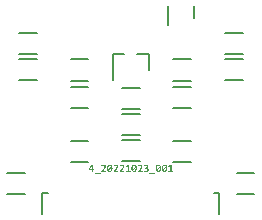
<source format=gto>
G04*
G04 #@! TF.GenerationSoftware,Altium Limited,Altium Designer,22.3.1 (43)*
G04*
G04 Layer_Color=65535*
%FSLAX43Y43*%
%MOMM*%
G71*
G04*
G04 #@! TF.SameCoordinates,F389CC65-E95C-4BCE-9A9B-47759D9C4056*
G04*
G04*
G04 #@! TF.FilePolarity,Positive*
G04*
G01*
G75*
%ADD10C,0.200*%
G36*
X1292Y-3403D02*
X1297D01*
X1303Y-3403D01*
X1309Y-3404D01*
X1322Y-3405D01*
X1337Y-3407D01*
X1351Y-3409D01*
X1365Y-3413D01*
X1366D01*
X1367Y-3413D01*
X1369Y-3414D01*
X1372Y-3415D01*
X1375Y-3416D01*
X1379Y-3417D01*
X1387Y-3421D01*
X1397Y-3425D01*
X1408Y-3430D01*
X1418Y-3436D01*
X1428Y-3443D01*
X1429D01*
X1429Y-3444D01*
X1432Y-3446D01*
X1437Y-3451D01*
X1442Y-3456D01*
X1448Y-3463D01*
X1455Y-3471D01*
X1461Y-3480D01*
X1466Y-3490D01*
Y-3491D01*
X1467Y-3491D01*
X1467Y-3493D01*
X1468Y-3495D01*
X1469Y-3498D01*
X1470Y-3501D01*
X1473Y-3508D01*
X1475Y-3518D01*
X1477Y-3528D01*
X1479Y-3540D01*
X1479Y-3553D01*
Y-3553D01*
Y-3555D01*
Y-3558D01*
X1479Y-3562D01*
Y-3566D01*
X1478Y-3571D01*
X1477Y-3578D01*
X1476Y-3584D01*
X1473Y-3598D01*
X1469Y-3613D01*
X1466Y-3620D01*
X1463Y-3627D01*
X1458Y-3634D01*
X1454Y-3640D01*
X1453Y-3641D01*
X1453Y-3642D01*
X1451Y-3644D01*
X1449Y-3646D01*
X1447Y-3649D01*
X1444Y-3652D01*
X1440Y-3656D01*
X1436Y-3659D01*
X1431Y-3664D01*
X1426Y-3668D01*
X1420Y-3672D01*
X1414Y-3677D01*
X1400Y-3685D01*
X1384Y-3692D01*
X1386D01*
X1387Y-3693D01*
X1389Y-3693D01*
X1394Y-3694D01*
X1402Y-3696D01*
X1410Y-3698D01*
X1419Y-3701D01*
X1427Y-3704D01*
X1437Y-3708D01*
X1437D01*
X1438Y-3709D01*
X1441Y-3710D01*
X1445Y-3713D01*
X1450Y-3716D01*
X1456Y-3720D01*
X1463Y-3725D01*
X1470Y-3730D01*
X1476Y-3737D01*
X1477Y-3738D01*
X1479Y-3740D01*
X1482Y-3744D01*
X1486Y-3749D01*
X1490Y-3754D01*
X1494Y-3761D01*
X1499Y-3769D01*
X1502Y-3777D01*
X1503Y-3778D01*
X1504Y-3781D01*
X1505Y-3786D01*
X1507Y-3792D01*
X1508Y-3799D01*
X1510Y-3808D01*
X1511Y-3818D01*
X1511Y-3828D01*
Y-3828D01*
Y-3830D01*
Y-3832D01*
Y-3836D01*
X1511Y-3839D01*
X1510Y-3844D01*
X1510Y-3849D01*
X1509Y-3854D01*
X1507Y-3867D01*
X1504Y-3880D01*
X1500Y-3894D01*
X1495Y-3908D01*
Y-3908D01*
X1494Y-3909D01*
X1493Y-3911D01*
X1491Y-3914D01*
X1490Y-3917D01*
X1487Y-3920D01*
X1482Y-3929D01*
X1475Y-3938D01*
X1467Y-3948D01*
X1456Y-3958D01*
X1444Y-3968D01*
X1444Y-3969D01*
X1443Y-3969D01*
X1441Y-3971D01*
X1438Y-3972D01*
X1435Y-3974D01*
X1431Y-3977D01*
X1426Y-3979D01*
X1421Y-3982D01*
X1415Y-3985D01*
X1408Y-3988D01*
X1401Y-3992D01*
X1393Y-3995D01*
X1386Y-3998D01*
X1377Y-4001D01*
X1358Y-4006D01*
X1358D01*
X1356Y-4007D01*
X1353Y-4007D01*
X1349Y-4008D01*
X1344Y-4009D01*
X1338Y-4010D01*
X1331Y-4012D01*
X1324Y-4013D01*
X1315Y-4014D01*
X1306Y-4015D01*
X1296Y-4016D01*
X1285Y-4017D01*
X1274Y-4018D01*
X1262Y-4019D01*
X1249Y-4019D01*
X1227D01*
X1222Y-4019D01*
X1216D01*
X1204Y-4018D01*
X1201D01*
X1198Y-4018D01*
X1188D01*
X1182Y-4017D01*
X1170Y-4016D01*
X1167D01*
X1164Y-4016D01*
X1160D01*
X1155Y-4015D01*
X1149Y-4015D01*
X1137Y-4014D01*
X1136D01*
X1134Y-4013D01*
X1131D01*
X1127Y-4013D01*
X1123Y-4012D01*
X1118Y-4012D01*
X1108Y-4010D01*
Y-3913D01*
X1110D01*
X1112Y-3914D01*
X1114Y-3914D01*
X1116Y-3915D01*
X1119Y-3915D01*
X1127Y-3916D01*
X1137Y-3918D01*
X1148Y-3919D01*
X1160Y-3921D01*
X1173Y-3922D01*
X1174D01*
X1177Y-3923D01*
X1183D01*
X1187Y-3923D01*
X1191D01*
X1196Y-3924D01*
X1207Y-3924D01*
X1220Y-3925D01*
X1233Y-3925D01*
X1257D01*
X1261Y-3925D01*
X1270Y-3924D01*
X1280Y-3924D01*
X1291Y-3923D01*
X1303Y-3921D01*
X1313Y-3919D01*
X1314D01*
X1314Y-3919D01*
X1316D01*
X1318Y-3918D01*
X1323Y-3917D01*
X1329Y-3915D01*
X1336Y-3912D01*
X1344Y-3909D01*
X1351Y-3905D01*
X1358Y-3901D01*
X1359Y-3901D01*
X1361Y-3899D01*
X1364Y-3897D01*
X1369Y-3893D01*
X1373Y-3888D01*
X1377Y-3883D01*
X1381Y-3878D01*
X1385Y-3871D01*
X1385Y-3870D01*
X1386Y-3868D01*
X1387Y-3865D01*
X1389Y-3859D01*
X1391Y-3853D01*
X1392Y-3847D01*
X1393Y-3839D01*
X1393Y-3831D01*
Y-3830D01*
Y-3827D01*
X1393Y-3824D01*
X1392Y-3819D01*
X1391Y-3814D01*
X1389Y-3808D01*
X1387Y-3802D01*
X1384Y-3795D01*
X1384Y-3795D01*
X1383Y-3793D01*
X1381Y-3790D01*
X1378Y-3786D01*
X1374Y-3782D01*
X1370Y-3777D01*
X1364Y-3773D01*
X1358Y-3768D01*
X1357Y-3767D01*
X1355Y-3766D01*
X1351Y-3764D01*
X1346Y-3761D01*
X1339Y-3759D01*
X1331Y-3756D01*
X1322Y-3753D01*
X1312Y-3751D01*
X1312D01*
X1311Y-3750D01*
X1310D01*
X1307Y-3750D01*
X1305Y-3749D01*
X1301Y-3749D01*
X1294Y-3747D01*
X1284Y-3746D01*
X1273Y-3745D01*
X1260Y-3745D01*
X1247Y-3744D01*
X1181D01*
Y-3659D01*
X1250D01*
X1254Y-3658D01*
X1262Y-3658D01*
X1271Y-3657D01*
X1281Y-3656D01*
X1291Y-3654D01*
X1300Y-3652D01*
X1300D01*
X1301Y-3652D01*
X1304Y-3651D01*
X1308Y-3649D01*
X1314Y-3647D01*
X1320Y-3645D01*
X1326Y-3641D01*
X1332Y-3637D01*
X1338Y-3633D01*
X1338Y-3633D01*
X1340Y-3631D01*
X1343Y-3629D01*
X1346Y-3625D01*
X1349Y-3621D01*
X1352Y-3616D01*
X1355Y-3611D01*
X1358Y-3605D01*
X1358Y-3604D01*
X1359Y-3602D01*
X1360Y-3599D01*
X1361Y-3595D01*
X1362Y-3590D01*
X1363Y-3584D01*
X1364Y-3578D01*
Y-3571D01*
Y-3570D01*
Y-3569D01*
Y-3567D01*
X1363Y-3565D01*
Y-3562D01*
X1363Y-3558D01*
X1361Y-3550D01*
X1358Y-3541D01*
X1354Y-3532D01*
X1348Y-3523D01*
X1344Y-3519D01*
X1340Y-3516D01*
X1340D01*
X1339Y-3514D01*
X1338Y-3513D01*
X1336Y-3512D01*
X1333Y-3511D01*
X1330Y-3509D01*
X1326Y-3508D01*
X1322Y-3506D01*
X1317Y-3504D01*
X1312Y-3502D01*
X1306Y-3501D01*
X1299Y-3499D01*
X1292Y-3498D01*
X1284Y-3497D01*
X1276Y-3496D01*
X1257D01*
X1253Y-3497D01*
X1249D01*
X1244Y-3497D01*
X1233Y-3498D01*
X1222Y-3499D01*
X1209Y-3501D01*
X1196Y-3503D01*
X1195D01*
X1194Y-3504D01*
X1192D01*
X1190Y-3504D01*
X1187Y-3505D01*
X1183Y-3506D01*
X1179Y-3507D01*
X1174Y-3508D01*
X1163Y-3511D01*
X1151Y-3514D01*
X1138Y-3518D01*
X1125Y-3522D01*
Y-3428D01*
X1126Y-3427D01*
X1128Y-3427D01*
X1132Y-3425D01*
X1137Y-3424D01*
X1143Y-3422D01*
X1150Y-3420D01*
X1164Y-3416D01*
X1165D01*
X1167Y-3415D01*
X1171Y-3415D01*
X1176Y-3414D01*
X1181Y-3412D01*
X1188Y-3411D01*
X1201Y-3409D01*
X1202D01*
X1204Y-3408D01*
X1209Y-3408D01*
X1213Y-3407D01*
X1219Y-3406D01*
X1225Y-3405D01*
X1239Y-3404D01*
X1240D01*
X1243Y-3403D01*
X1246D01*
X1251Y-3403D01*
X1257D01*
X1264Y-3402D01*
X1287D01*
X1292Y-3403D01*
D02*
G37*
G36*
X3442Y-3911D02*
X3573D01*
Y-4010D01*
X3175D01*
Y-3911D01*
X3327D01*
Y-3527D01*
X3195Y-3600D01*
X3158Y-3509D01*
X3348Y-3408D01*
X3442D01*
Y-3911D01*
D02*
G37*
G36*
X790Y-3403D02*
X795D01*
X800Y-3403D01*
X806Y-3404D01*
X818Y-3405D01*
X831Y-3407D01*
X845Y-3410D01*
X859Y-3414D01*
X859D01*
X860Y-3414D01*
X862Y-3415D01*
X865Y-3416D01*
X868Y-3417D01*
X871Y-3418D01*
X880Y-3422D01*
X890Y-3427D01*
X900Y-3433D01*
X910Y-3439D01*
X920Y-3447D01*
X920D01*
X921Y-3448D01*
X924Y-3451D01*
X929Y-3456D01*
X934Y-3462D01*
X941Y-3470D01*
X947Y-3479D01*
X954Y-3490D01*
X959Y-3502D01*
Y-3502D01*
X960Y-3503D01*
X961Y-3505D01*
X961Y-3507D01*
X963Y-3511D01*
X964Y-3514D01*
X965Y-3519D01*
X966Y-3524D01*
X969Y-3535D01*
X971Y-3548D01*
X973Y-3562D01*
X973Y-3578D01*
Y-3578D01*
Y-3579D01*
Y-3581D01*
Y-3584D01*
X973Y-3587D01*
Y-3591D01*
X972Y-3599D01*
X971Y-3609D01*
X969Y-3621D01*
X967Y-3633D01*
X964Y-3645D01*
Y-3645D01*
X963Y-3646D01*
X963Y-3648D01*
X962Y-3650D01*
X961Y-3653D01*
X960Y-3656D01*
X957Y-3663D01*
X952Y-3672D01*
X948Y-3683D01*
X942Y-3693D01*
X936Y-3704D01*
Y-3705D01*
X935Y-3706D01*
X934Y-3708D01*
X933Y-3710D01*
X931Y-3712D01*
X929Y-3715D01*
X923Y-3723D01*
X916Y-3732D01*
X909Y-3742D01*
X900Y-3752D01*
X891Y-3763D01*
X890Y-3764D01*
X890Y-3765D01*
X888Y-3766D01*
X886Y-3769D01*
X883Y-3771D01*
X880Y-3774D01*
X873Y-3782D01*
X864Y-3791D01*
X853Y-3802D01*
X842Y-3813D01*
X830Y-3825D01*
X743Y-3907D01*
X995D01*
Y-4010D01*
X589D01*
Y-3928D01*
X730Y-3787D01*
X730Y-3786D01*
X732Y-3785D01*
X734Y-3783D01*
X737Y-3780D01*
X740Y-3777D01*
X744Y-3773D01*
X753Y-3763D01*
X763Y-3753D01*
X774Y-3741D01*
X784Y-3729D01*
X794Y-3718D01*
X794Y-3718D01*
X795Y-3717D01*
X796Y-3715D01*
X798Y-3713D01*
X802Y-3708D01*
X807Y-3701D01*
X813Y-3693D01*
X819Y-3684D01*
X826Y-3676D01*
X831Y-3667D01*
Y-3666D01*
X831Y-3666D01*
X833Y-3663D01*
X835Y-3659D01*
X838Y-3653D01*
X841Y-3647D01*
X843Y-3639D01*
X846Y-3632D01*
X848Y-3625D01*
Y-3624D01*
X848Y-3621D01*
X849Y-3618D01*
X850Y-3613D01*
X851Y-3606D01*
X852Y-3600D01*
X852Y-3593D01*
Y-3585D01*
Y-3584D01*
Y-3582D01*
X852Y-3579D01*
Y-3574D01*
X851Y-3569D01*
X850Y-3564D01*
X849Y-3558D01*
X847Y-3553D01*
Y-3552D01*
X846Y-3550D01*
X844Y-3547D01*
X843Y-3543D01*
X840Y-3539D01*
X838Y-3535D01*
X831Y-3526D01*
X830Y-3526D01*
X829Y-3524D01*
X827Y-3522D01*
X823Y-3520D01*
X819Y-3517D01*
X815Y-3514D01*
X809Y-3511D01*
X804Y-3508D01*
X803Y-3508D01*
X801Y-3507D01*
X798Y-3506D01*
X794Y-3505D01*
X788Y-3503D01*
X782Y-3502D01*
X775Y-3502D01*
X768Y-3501D01*
X761D01*
X758Y-3502D01*
X755Y-3502D01*
X746Y-3503D01*
X736Y-3505D01*
X725Y-3508D01*
X714Y-3512D01*
X702Y-3517D01*
X702D01*
X701Y-3518D01*
X699Y-3519D01*
X697Y-3520D01*
X694Y-3521D01*
X691Y-3523D01*
X684Y-3528D01*
X675Y-3534D01*
X665Y-3540D01*
X655Y-3549D01*
X645Y-3558D01*
X586Y-3482D01*
X587Y-3481D01*
X588Y-3480D01*
X590Y-3478D01*
X593Y-3476D01*
X597Y-3473D01*
X601Y-3469D01*
X606Y-3465D01*
X612Y-3461D01*
X618Y-3457D01*
X624Y-3452D01*
X640Y-3442D01*
X656Y-3433D01*
X674Y-3424D01*
X674Y-3424D01*
X676Y-3423D01*
X679Y-3422D01*
X682Y-3421D01*
X687Y-3419D01*
X692Y-3417D01*
X698Y-3415D01*
X705Y-3413D01*
X713Y-3411D01*
X721Y-3409D01*
X729Y-3407D01*
X739Y-3406D01*
X758Y-3403D01*
X769Y-3402D01*
X787D01*
X790Y-3403D01*
D02*
G37*
G36*
X-164Y-3911D02*
X-33D01*
Y-4010D01*
X-431D01*
Y-3911D01*
X-278D01*
Y-3527D01*
X-411Y-3600D01*
X-448Y-3509D01*
X-258Y-3408D01*
X-164D01*
Y-3911D01*
D02*
G37*
G36*
X-755Y-3403D02*
X-750D01*
X-745Y-3403D01*
X-740Y-3404D01*
X-727Y-3405D01*
X-714Y-3407D01*
X-701Y-3410D01*
X-687Y-3414D01*
X-686D01*
X-685Y-3414D01*
X-683Y-3415D01*
X-681Y-3416D01*
X-678Y-3417D01*
X-674Y-3418D01*
X-665Y-3422D01*
X-656Y-3427D01*
X-646Y-3433D01*
X-636Y-3439D01*
X-625Y-3447D01*
X-625D01*
X-624Y-3448D01*
X-621Y-3451D01*
X-617Y-3456D01*
X-611Y-3462D01*
X-605Y-3470D01*
X-598Y-3479D01*
X-592Y-3490D01*
X-586Y-3502D01*
Y-3502D01*
X-586Y-3503D01*
X-585Y-3505D01*
X-584Y-3507D01*
X-583Y-3511D01*
X-582Y-3514D01*
X-581Y-3519D01*
X-579Y-3524D01*
X-577Y-3535D01*
X-574Y-3548D01*
X-573Y-3562D01*
X-572Y-3578D01*
Y-3578D01*
Y-3579D01*
Y-3581D01*
Y-3584D01*
X-573Y-3587D01*
Y-3591D01*
X-573Y-3599D01*
X-575Y-3609D01*
X-576Y-3621D01*
X-579Y-3633D01*
X-582Y-3645D01*
Y-3645D01*
X-582Y-3646D01*
X-583Y-3648D01*
X-583Y-3650D01*
X-584Y-3653D01*
X-586Y-3656D01*
X-589Y-3663D01*
X-593Y-3672D01*
X-597Y-3683D01*
X-603Y-3693D01*
X-610Y-3704D01*
Y-3705D01*
X-611Y-3706D01*
X-612Y-3708D01*
X-613Y-3710D01*
X-615Y-3712D01*
X-617Y-3715D01*
X-622Y-3723D01*
X-629Y-3732D01*
X-637Y-3742D01*
X-645Y-3752D01*
X-655Y-3763D01*
X-655Y-3764D01*
X-656Y-3765D01*
X-657Y-3766D01*
X-659Y-3769D01*
X-662Y-3771D01*
X-665Y-3774D01*
X-673Y-3782D01*
X-682Y-3791D01*
X-692Y-3802D01*
X-704Y-3813D01*
X-716Y-3825D01*
X-803Y-3907D01*
X-551D01*
Y-4010D01*
X-957D01*
Y-3928D01*
X-815Y-3787D01*
X-815Y-3786D01*
X-814Y-3785D01*
X-811Y-3783D01*
X-809Y-3780D01*
X-805Y-3777D01*
X-802Y-3773D01*
X-792Y-3763D01*
X-782Y-3753D01*
X-772Y-3741D01*
X-761Y-3729D01*
X-752Y-3718D01*
X-751Y-3718D01*
X-751Y-3717D01*
X-749Y-3715D01*
X-748Y-3713D01*
X-743Y-3708D01*
X-738Y-3701D01*
X-732Y-3693D01*
X-726Y-3684D01*
X-720Y-3676D01*
X-715Y-3667D01*
Y-3666D01*
X-714Y-3666D01*
X-713Y-3663D01*
X-710Y-3659D01*
X-708Y-3653D01*
X-705Y-3647D01*
X-702Y-3639D01*
X-700Y-3632D01*
X-697Y-3625D01*
Y-3624D01*
X-697Y-3621D01*
X-696Y-3618D01*
X-695Y-3613D01*
X-694Y-3606D01*
X-693Y-3600D01*
X-693Y-3593D01*
Y-3585D01*
Y-3584D01*
Y-3582D01*
X-693Y-3579D01*
Y-3574D01*
X-694Y-3569D01*
X-695Y-3564D01*
X-696Y-3558D01*
X-698Y-3553D01*
Y-3552D01*
X-700Y-3550D01*
X-701Y-3547D01*
X-703Y-3543D01*
X-705Y-3539D01*
X-708Y-3535D01*
X-715Y-3526D01*
X-715Y-3526D01*
X-717Y-3524D01*
X-719Y-3522D01*
X-722Y-3520D01*
X-726Y-3517D01*
X-730Y-3514D01*
X-736Y-3511D01*
X-742Y-3508D01*
X-742Y-3508D01*
X-744Y-3507D01*
X-748Y-3506D01*
X-752Y-3505D01*
X-757Y-3503D01*
X-764Y-3502D01*
X-770Y-3502D01*
X-778Y-3501D01*
X-784D01*
X-787Y-3502D01*
X-790Y-3502D01*
X-799Y-3503D01*
X-809Y-3505D01*
X-820Y-3508D01*
X-832Y-3512D01*
X-843Y-3517D01*
X-844D01*
X-845Y-3518D01*
X-846Y-3519D01*
X-848Y-3520D01*
X-851Y-3521D01*
X-854Y-3523D01*
X-862Y-3528D01*
X-870Y-3534D01*
X-880Y-3540D01*
X-890Y-3549D01*
X-900Y-3558D01*
X-959Y-3482D01*
X-959Y-3481D01*
X-958Y-3480D01*
X-955Y-3478D01*
X-952Y-3476D01*
X-948Y-3473D01*
X-944Y-3469D01*
X-939Y-3465D01*
X-934Y-3461D01*
X-928Y-3457D01*
X-921Y-3452D01*
X-906Y-3442D01*
X-890Y-3433D01*
X-872Y-3424D01*
X-871Y-3424D01*
X-870Y-3423D01*
X-867Y-3422D01*
X-863Y-3421D01*
X-859Y-3419D01*
X-853Y-3417D01*
X-847Y-3415D01*
X-840Y-3413D01*
X-833Y-3411D01*
X-824Y-3409D01*
X-816Y-3407D01*
X-807Y-3406D01*
X-787Y-3403D01*
X-777Y-3402D01*
X-758D01*
X-755Y-3403D01*
D02*
G37*
G36*
X-1270D02*
X-1265D01*
X-1260Y-3403D01*
X-1255Y-3404D01*
X-1243Y-3405D01*
X-1229Y-3407D01*
X-1216Y-3410D01*
X-1202Y-3414D01*
X-1201D01*
X-1200Y-3414D01*
X-1198Y-3415D01*
X-1196Y-3416D01*
X-1193Y-3417D01*
X-1189Y-3418D01*
X-1181Y-3422D01*
X-1171Y-3427D01*
X-1161Y-3433D01*
X-1151Y-3439D01*
X-1140Y-3447D01*
X-1140D01*
X-1139Y-3448D01*
X-1136Y-3451D01*
X-1132Y-3456D01*
X-1126Y-3462D01*
X-1120Y-3470D01*
X-1113Y-3479D01*
X-1107Y-3490D01*
X-1101Y-3502D01*
Y-3502D01*
X-1101Y-3503D01*
X-1100Y-3505D01*
X-1099Y-3507D01*
X-1098Y-3511D01*
X-1097Y-3514D01*
X-1096Y-3519D01*
X-1094Y-3524D01*
X-1092Y-3535D01*
X-1089Y-3548D01*
X-1088Y-3562D01*
X-1087Y-3578D01*
Y-3578D01*
Y-3579D01*
Y-3581D01*
Y-3584D01*
X-1088Y-3587D01*
Y-3591D01*
X-1088Y-3599D01*
X-1090Y-3609D01*
X-1091Y-3621D01*
X-1094Y-3633D01*
X-1097Y-3645D01*
Y-3645D01*
X-1097Y-3646D01*
X-1098Y-3648D01*
X-1098Y-3650D01*
X-1099Y-3653D01*
X-1101Y-3656D01*
X-1104Y-3663D01*
X-1108Y-3672D01*
X-1113Y-3683D01*
X-1118Y-3693D01*
X-1125Y-3704D01*
Y-3705D01*
X-1126Y-3706D01*
X-1127Y-3708D01*
X-1128Y-3710D01*
X-1130Y-3712D01*
X-1132Y-3715D01*
X-1137Y-3723D01*
X-1144Y-3732D01*
X-1152Y-3742D01*
X-1160Y-3752D01*
X-1170Y-3763D01*
X-1170Y-3764D01*
X-1171Y-3765D01*
X-1172Y-3766D01*
X-1174Y-3769D01*
X-1177Y-3771D01*
X-1180Y-3774D01*
X-1188Y-3782D01*
X-1197Y-3791D01*
X-1207Y-3802D01*
X-1219Y-3813D01*
X-1231Y-3825D01*
X-1318Y-3907D01*
X-1066D01*
Y-4010D01*
X-1472D01*
Y-3928D01*
X-1330Y-3787D01*
X-1330Y-3786D01*
X-1329Y-3785D01*
X-1326Y-3783D01*
X-1324Y-3780D01*
X-1320Y-3777D01*
X-1317Y-3773D01*
X-1308Y-3763D01*
X-1297Y-3753D01*
X-1287Y-3741D01*
X-1277Y-3729D01*
X-1267Y-3718D01*
X-1266Y-3718D01*
X-1266Y-3717D01*
X-1264Y-3715D01*
X-1263Y-3713D01*
X-1258Y-3708D01*
X-1253Y-3701D01*
X-1247Y-3693D01*
X-1241Y-3684D01*
X-1235Y-3676D01*
X-1230Y-3667D01*
Y-3666D01*
X-1229Y-3666D01*
X-1228Y-3663D01*
X-1225Y-3659D01*
X-1223Y-3653D01*
X-1220Y-3647D01*
X-1217Y-3639D01*
X-1215Y-3632D01*
X-1213Y-3625D01*
Y-3624D01*
X-1212Y-3621D01*
X-1211Y-3618D01*
X-1210Y-3613D01*
X-1210Y-3606D01*
X-1209Y-3600D01*
X-1208Y-3593D01*
Y-3585D01*
Y-3584D01*
Y-3582D01*
X-1209Y-3579D01*
Y-3574D01*
X-1210Y-3569D01*
X-1211Y-3564D01*
X-1212Y-3558D01*
X-1214Y-3553D01*
Y-3552D01*
X-1215Y-3550D01*
X-1216Y-3547D01*
X-1218Y-3543D01*
X-1220Y-3539D01*
X-1223Y-3535D01*
X-1230Y-3526D01*
X-1230Y-3526D01*
X-1232Y-3524D01*
X-1234Y-3522D01*
X-1237Y-3520D01*
X-1241Y-3517D01*
X-1246Y-3514D01*
X-1251Y-3511D01*
X-1257Y-3508D01*
X-1257Y-3508D01*
X-1259Y-3507D01*
X-1263Y-3506D01*
X-1267Y-3505D01*
X-1273Y-3503D01*
X-1279Y-3502D01*
X-1285Y-3502D01*
X-1293Y-3501D01*
X-1299D01*
X-1302Y-3502D01*
X-1306Y-3502D01*
X-1314Y-3503D01*
X-1324Y-3505D01*
X-1335Y-3508D01*
X-1347Y-3512D01*
X-1358Y-3517D01*
X-1359D01*
X-1360Y-3518D01*
X-1361Y-3519D01*
X-1363Y-3520D01*
X-1366Y-3521D01*
X-1369Y-3523D01*
X-1377Y-3528D01*
X-1385Y-3534D01*
X-1395Y-3540D01*
X-1405Y-3549D01*
X-1415Y-3558D01*
X-1474Y-3482D01*
X-1474Y-3481D01*
X-1473Y-3480D01*
X-1470Y-3478D01*
X-1468Y-3476D01*
X-1464Y-3473D01*
X-1459Y-3469D01*
X-1454Y-3465D01*
X-1449Y-3461D01*
X-1443Y-3457D01*
X-1436Y-3452D01*
X-1421Y-3442D01*
X-1405Y-3433D01*
X-1387Y-3424D01*
X-1386Y-3424D01*
X-1385Y-3423D01*
X-1382Y-3422D01*
X-1378Y-3421D01*
X-1374Y-3419D01*
X-1369Y-3417D01*
X-1362Y-3415D01*
X-1355Y-3413D01*
X-1348Y-3411D01*
X-1340Y-3409D01*
X-1331Y-3407D01*
X-1322Y-3406D01*
X-1302Y-3403D01*
X-1292Y-3402D01*
X-1274D01*
X-1270Y-3403D01*
D02*
G37*
G36*
X-2300D02*
X-2296D01*
X-2291Y-3403D01*
X-2285Y-3404D01*
X-2273Y-3405D01*
X-2260Y-3407D01*
X-2246Y-3410D01*
X-2232Y-3414D01*
X-2232D01*
X-2231Y-3414D01*
X-2229Y-3415D01*
X-2226Y-3416D01*
X-2223Y-3417D01*
X-2219Y-3418D01*
X-2211Y-3422D01*
X-2201Y-3427D01*
X-2191Y-3433D01*
X-2181Y-3439D01*
X-2171Y-3447D01*
X-2170D01*
X-2170Y-3448D01*
X-2167Y-3451D01*
X-2162Y-3456D01*
X-2156Y-3462D01*
X-2150Y-3470D01*
X-2143Y-3479D01*
X-2137Y-3490D01*
X-2132Y-3502D01*
Y-3502D01*
X-2131Y-3503D01*
X-2130Y-3505D01*
X-2130Y-3507D01*
X-2128Y-3511D01*
X-2127Y-3514D01*
X-2126Y-3519D01*
X-2124Y-3524D01*
X-2122Y-3535D01*
X-2119Y-3548D01*
X-2118Y-3562D01*
X-2117Y-3578D01*
Y-3578D01*
Y-3579D01*
Y-3581D01*
Y-3584D01*
X-2118Y-3587D01*
Y-3591D01*
X-2118Y-3599D01*
X-2120Y-3609D01*
X-2121Y-3621D01*
X-2124Y-3633D01*
X-2127Y-3645D01*
Y-3645D01*
X-2128Y-3646D01*
X-2128Y-3648D01*
X-2129Y-3650D01*
X-2130Y-3653D01*
X-2131Y-3656D01*
X-2134Y-3663D01*
X-2138Y-3672D01*
X-2143Y-3683D01*
X-2148Y-3693D01*
X-2155Y-3704D01*
Y-3705D01*
X-2156Y-3706D01*
X-2157Y-3708D01*
X-2158Y-3710D01*
X-2160Y-3712D01*
X-2162Y-3715D01*
X-2168Y-3723D01*
X-2174Y-3732D01*
X-2182Y-3742D01*
X-2191Y-3752D01*
X-2200Y-3763D01*
X-2201Y-3764D01*
X-2201Y-3765D01*
X-2203Y-3766D01*
X-2205Y-3769D01*
X-2207Y-3771D01*
X-2210Y-3774D01*
X-2218Y-3782D01*
X-2227Y-3791D01*
X-2237Y-3802D01*
X-2249Y-3813D01*
X-2261Y-3825D01*
X-2348Y-3907D01*
X-2096D01*
Y-4010D01*
X-2502D01*
Y-3928D01*
X-2361Y-3787D01*
X-2360Y-3786D01*
X-2359Y-3785D01*
X-2357Y-3783D01*
X-2354Y-3780D01*
X-2351Y-3777D01*
X-2347Y-3773D01*
X-2338Y-3763D01*
X-2328Y-3753D01*
X-2317Y-3741D01*
X-2307Y-3729D01*
X-2297Y-3718D01*
X-2297Y-3718D01*
X-2296Y-3717D01*
X-2295Y-3715D01*
X-2293Y-3713D01*
X-2289Y-3708D01*
X-2283Y-3701D01*
X-2277Y-3693D01*
X-2271Y-3684D01*
X-2265Y-3676D01*
X-2260Y-3667D01*
Y-3666D01*
X-2260Y-3666D01*
X-2258Y-3663D01*
X-2256Y-3659D01*
X-2253Y-3653D01*
X-2250Y-3647D01*
X-2247Y-3639D01*
X-2245Y-3632D01*
X-2243Y-3625D01*
Y-3624D01*
X-2242Y-3621D01*
X-2241Y-3618D01*
X-2240Y-3613D01*
X-2240Y-3606D01*
X-2239Y-3600D01*
X-2238Y-3593D01*
Y-3585D01*
Y-3584D01*
Y-3582D01*
X-2239Y-3579D01*
Y-3574D01*
X-2240Y-3569D01*
X-2241Y-3564D01*
X-2242Y-3558D01*
X-2244Y-3553D01*
Y-3552D01*
X-2245Y-3550D01*
X-2246Y-3547D01*
X-2248Y-3543D01*
X-2250Y-3539D01*
X-2253Y-3535D01*
X-2260Y-3526D01*
X-2261Y-3526D01*
X-2262Y-3524D01*
X-2264Y-3522D01*
X-2267Y-3520D01*
X-2271Y-3517D01*
X-2276Y-3514D01*
X-2281Y-3511D01*
X-2287Y-3508D01*
X-2288Y-3508D01*
X-2290Y-3507D01*
X-2293Y-3506D01*
X-2297Y-3505D01*
X-2303Y-3503D01*
X-2309Y-3502D01*
X-2315Y-3502D01*
X-2323Y-3501D01*
X-2329D01*
X-2332Y-3502D01*
X-2336Y-3502D01*
X-2344Y-3503D01*
X-2355Y-3505D01*
X-2365Y-3508D01*
X-2377Y-3512D01*
X-2389Y-3517D01*
X-2389D01*
X-2390Y-3518D01*
X-2392Y-3519D01*
X-2394Y-3520D01*
X-2396Y-3521D01*
X-2399Y-3523D01*
X-2407Y-3528D01*
X-2416Y-3534D01*
X-2425Y-3540D01*
X-2435Y-3549D01*
X-2446Y-3558D01*
X-2504Y-3482D01*
X-2504Y-3481D01*
X-2503Y-3480D01*
X-2500Y-3478D01*
X-2498Y-3476D01*
X-2494Y-3473D01*
X-2490Y-3469D01*
X-2485Y-3465D01*
X-2479Y-3461D01*
X-2473Y-3457D01*
X-2466Y-3452D01*
X-2451Y-3442D01*
X-2435Y-3433D01*
X-2417Y-3424D01*
X-2417Y-3424D01*
X-2415Y-3423D01*
X-2412Y-3422D01*
X-2408Y-3421D01*
X-2404Y-3419D01*
X-2399Y-3417D01*
X-2393Y-3415D01*
X-2386Y-3413D01*
X-2378Y-3411D01*
X-2370Y-3409D01*
X-2361Y-3407D01*
X-2352Y-3406D01*
X-2332Y-3403D01*
X-2322Y-3402D01*
X-2304D01*
X-2300Y-3403D01*
D02*
G37*
G36*
X-3186Y-3790D02*
X-3095D01*
Y-3888D01*
X-3186D01*
Y-4010D01*
X-3295D01*
Y-3888D01*
X-3573D01*
Y-3793D01*
X-3340Y-3412D01*
X-3186D01*
Y-3790D01*
D02*
G37*
G36*
X2863Y-3403D02*
X2868D01*
X2873Y-3403D01*
X2878Y-3404D01*
X2885Y-3404D01*
X2899Y-3407D01*
X2914Y-3410D01*
X2930Y-3414D01*
X2946Y-3420D01*
X2946D01*
X2948Y-3421D01*
X2950Y-3422D01*
X2953Y-3423D01*
X2957Y-3425D01*
X2961Y-3428D01*
X2970Y-3433D01*
X2981Y-3441D01*
X2994Y-3450D01*
X3006Y-3461D01*
X3018Y-3474D01*
X3018Y-3475D01*
X3019Y-3476D01*
X3021Y-3478D01*
X3023Y-3481D01*
X3025Y-3485D01*
X3028Y-3489D01*
X3031Y-3494D01*
X3035Y-3500D01*
X3038Y-3507D01*
X3042Y-3514D01*
X3046Y-3522D01*
X3050Y-3530D01*
X3054Y-3539D01*
X3058Y-3549D01*
X3061Y-3559D01*
X3064Y-3570D01*
Y-3570D01*
X3065Y-3572D01*
X3066Y-3576D01*
X3067Y-3580D01*
X3068Y-3586D01*
X3070Y-3592D01*
X3071Y-3600D01*
X3073Y-3609D01*
X3074Y-3619D01*
X3076Y-3629D01*
X3077Y-3641D01*
X3079Y-3653D01*
X3080Y-3666D01*
X3081Y-3680D01*
X3082Y-3694D01*
Y-3709D01*
Y-3710D01*
Y-3712D01*
Y-3716D01*
Y-3721D01*
X3081Y-3728D01*
X3081Y-3735D01*
X3080Y-3744D01*
X3079Y-3753D01*
X3078Y-3763D01*
X3077Y-3774D01*
X3075Y-3796D01*
X3071Y-3819D01*
X3065Y-3841D01*
Y-3842D01*
X3065Y-3844D01*
X3064Y-3847D01*
X3062Y-3851D01*
X3061Y-3856D01*
X3059Y-3861D01*
X3056Y-3868D01*
X3053Y-3875D01*
X3046Y-3890D01*
X3038Y-3907D01*
X3029Y-3923D01*
X3018Y-3939D01*
X3018Y-3940D01*
X3016Y-3941D01*
X3015Y-3943D01*
X3012Y-3946D01*
X3009Y-3949D01*
X3006Y-3953D01*
X3002Y-3957D01*
X2997Y-3962D01*
X2992Y-3967D01*
X2987Y-3972D01*
X2973Y-3982D01*
X2959Y-3992D01*
X2943Y-4000D01*
X2942D01*
X2941Y-4001D01*
X2938Y-4002D01*
X2935Y-4003D01*
X2931Y-4005D01*
X2926Y-4007D01*
X2920Y-4009D01*
X2913Y-4010D01*
X2906Y-4012D01*
X2899Y-4014D01*
X2890Y-4016D01*
X2881Y-4018D01*
X2862Y-4020D01*
X2841Y-4021D01*
X2837D01*
X2833Y-4020D01*
X2829D01*
X2823Y-4020D01*
X2818Y-4019D01*
X2811Y-4019D01*
X2798Y-4017D01*
X2782Y-4014D01*
X2766Y-4009D01*
X2750Y-4004D01*
X2750D01*
X2748Y-4003D01*
X2746Y-4002D01*
X2743Y-4001D01*
X2740Y-3999D01*
X2736Y-3996D01*
X2731Y-3994D01*
X2726Y-3990D01*
X2714Y-3983D01*
X2703Y-3973D01*
X2690Y-3963D01*
X2678Y-3949D01*
X2678Y-3949D01*
X2677Y-3948D01*
X2675Y-3945D01*
X2673Y-3943D01*
X2671Y-3939D01*
X2668Y-3935D01*
X2664Y-3929D01*
X2661Y-3923D01*
X2657Y-3917D01*
X2654Y-3910D01*
X2650Y-3902D01*
X2646Y-3893D01*
X2642Y-3884D01*
X2638Y-3875D01*
X2635Y-3865D01*
X2631Y-3854D01*
Y-3853D01*
X2631Y-3851D01*
X2630Y-3848D01*
X2629Y-3844D01*
X2627Y-3838D01*
X2626Y-3831D01*
X2625Y-3823D01*
X2623Y-3815D01*
X2621Y-3805D01*
X2620Y-3794D01*
X2619Y-3783D01*
X2617Y-3771D01*
X2616Y-3757D01*
X2615Y-3744D01*
X2615Y-3729D01*
Y-3715D01*
Y-3714D01*
Y-3712D01*
Y-3708D01*
X2615Y-3702D01*
Y-3696D01*
X2616Y-3688D01*
X2616Y-3680D01*
X2617Y-3670D01*
X2618Y-3661D01*
X2619Y-3650D01*
X2621Y-3628D01*
X2625Y-3605D01*
X2630Y-3583D01*
Y-3583D01*
X2631Y-3581D01*
X2632Y-3578D01*
X2633Y-3573D01*
X2635Y-3568D01*
X2637Y-3562D01*
X2640Y-3556D01*
X2643Y-3549D01*
X2649Y-3533D01*
X2657Y-3517D01*
X2666Y-3500D01*
X2677Y-3485D01*
X2678Y-3484D01*
X2679Y-3483D01*
X2680Y-3480D01*
X2683Y-3478D01*
X2686Y-3474D01*
X2689Y-3471D01*
X2693Y-3466D01*
X2698Y-3462D01*
X2704Y-3457D01*
X2709Y-3452D01*
X2722Y-3442D01*
X2737Y-3432D01*
X2753Y-3424D01*
X2753Y-3423D01*
X2755Y-3423D01*
X2757Y-3422D01*
X2761Y-3420D01*
X2765Y-3418D01*
X2770Y-3417D01*
X2776Y-3415D01*
X2783Y-3413D01*
X2790Y-3411D01*
X2798Y-3409D01*
X2806Y-3407D01*
X2815Y-3406D01*
X2834Y-3403D01*
X2855Y-3402D01*
X2860D01*
X2863Y-3403D01*
D02*
G37*
G36*
X2348D02*
X2353D01*
X2358Y-3403D01*
X2363Y-3404D01*
X2370Y-3404D01*
X2384Y-3407D01*
X2399Y-3410D01*
X2415Y-3414D01*
X2431Y-3420D01*
X2431D01*
X2433Y-3421D01*
X2435Y-3422D01*
X2438Y-3423D01*
X2441Y-3425D01*
X2446Y-3428D01*
X2455Y-3433D01*
X2466Y-3441D01*
X2479Y-3450D01*
X2491Y-3461D01*
X2502Y-3474D01*
X2503Y-3475D01*
X2504Y-3476D01*
X2505Y-3478D01*
X2507Y-3481D01*
X2510Y-3485D01*
X2513Y-3489D01*
X2516Y-3494D01*
X2520Y-3500D01*
X2523Y-3507D01*
X2527Y-3514D01*
X2531Y-3522D01*
X2535Y-3530D01*
X2538Y-3539D01*
X2543Y-3549D01*
X2546Y-3559D01*
X2549Y-3570D01*
Y-3570D01*
X2550Y-3572D01*
X2551Y-3576D01*
X2552Y-3580D01*
X2553Y-3586D01*
X2555Y-3592D01*
X2556Y-3600D01*
X2558Y-3609D01*
X2559Y-3619D01*
X2561Y-3629D01*
X2562Y-3641D01*
X2564Y-3653D01*
X2565Y-3666D01*
X2566Y-3680D01*
X2566Y-3694D01*
Y-3709D01*
Y-3710D01*
Y-3712D01*
Y-3716D01*
Y-3721D01*
X2566Y-3728D01*
X2565Y-3735D01*
X2565Y-3744D01*
X2564Y-3753D01*
X2563Y-3763D01*
X2562Y-3774D01*
X2560Y-3796D01*
X2556Y-3819D01*
X2550Y-3841D01*
Y-3842D01*
X2550Y-3844D01*
X2549Y-3847D01*
X2547Y-3851D01*
X2546Y-3856D01*
X2544Y-3861D01*
X2541Y-3868D01*
X2538Y-3875D01*
X2531Y-3890D01*
X2523Y-3907D01*
X2514Y-3923D01*
X2503Y-3939D01*
X2502Y-3940D01*
X2501Y-3941D01*
X2500Y-3943D01*
X2497Y-3946D01*
X2494Y-3949D01*
X2491Y-3953D01*
X2487Y-3957D01*
X2482Y-3962D01*
X2477Y-3967D01*
X2471Y-3972D01*
X2458Y-3982D01*
X2444Y-3992D01*
X2428Y-4000D01*
X2427D01*
X2426Y-4001D01*
X2423Y-4002D01*
X2420Y-4003D01*
X2416Y-4005D01*
X2411Y-4007D01*
X2405Y-4009D01*
X2398Y-4010D01*
X2391Y-4012D01*
X2384Y-4014D01*
X2375Y-4016D01*
X2366Y-4018D01*
X2347Y-4020D01*
X2326Y-4021D01*
X2322D01*
X2318Y-4020D01*
X2313D01*
X2308Y-4020D01*
X2303Y-4019D01*
X2296Y-4019D01*
X2282Y-4017D01*
X2267Y-4014D01*
X2251Y-4009D01*
X2235Y-4004D01*
X2235D01*
X2233Y-4003D01*
X2231Y-4002D01*
X2228Y-4001D01*
X2225Y-3999D01*
X2220Y-3996D01*
X2216Y-3994D01*
X2211Y-3990D01*
X2199Y-3983D01*
X2187Y-3973D01*
X2175Y-3963D01*
X2163Y-3949D01*
X2163Y-3949D01*
X2162Y-3948D01*
X2160Y-3945D01*
X2158Y-3943D01*
X2155Y-3939D01*
X2153Y-3935D01*
X2149Y-3929D01*
X2146Y-3923D01*
X2142Y-3917D01*
X2139Y-3910D01*
X2135Y-3902D01*
X2131Y-3893D01*
X2127Y-3884D01*
X2123Y-3875D01*
X2120Y-3865D01*
X2116Y-3854D01*
Y-3853D01*
X2116Y-3851D01*
X2115Y-3848D01*
X2114Y-3844D01*
X2112Y-3838D01*
X2111Y-3831D01*
X2110Y-3823D01*
X2108Y-3815D01*
X2106Y-3805D01*
X2105Y-3794D01*
X2104Y-3783D01*
X2102Y-3771D01*
X2101Y-3757D01*
X2100Y-3744D01*
X2100Y-3729D01*
Y-3715D01*
Y-3714D01*
Y-3712D01*
Y-3708D01*
X2100Y-3702D01*
Y-3696D01*
X2101Y-3688D01*
X2101Y-3680D01*
X2102Y-3670D01*
X2103Y-3661D01*
X2104Y-3650D01*
X2106Y-3628D01*
X2110Y-3605D01*
X2115Y-3583D01*
Y-3583D01*
X2116Y-3581D01*
X2117Y-3578D01*
X2118Y-3573D01*
X2120Y-3568D01*
X2122Y-3562D01*
X2124Y-3556D01*
X2128Y-3549D01*
X2134Y-3533D01*
X2142Y-3517D01*
X2151Y-3500D01*
X2162Y-3485D01*
X2163Y-3484D01*
X2164Y-3483D01*
X2165Y-3480D01*
X2168Y-3478D01*
X2171Y-3474D01*
X2174Y-3471D01*
X2178Y-3466D01*
X2183Y-3462D01*
X2188Y-3457D01*
X2194Y-3452D01*
X2207Y-3442D01*
X2221Y-3432D01*
X2238Y-3424D01*
X2238Y-3423D01*
X2240Y-3423D01*
X2242Y-3422D01*
X2246Y-3420D01*
X2250Y-3418D01*
X2255Y-3417D01*
X2261Y-3415D01*
X2268Y-3413D01*
X2275Y-3411D01*
X2282Y-3409D01*
X2291Y-3407D01*
X2300Y-3406D01*
X2319Y-3403D01*
X2340Y-3402D01*
X2345D01*
X2348Y-3403D01*
D02*
G37*
G36*
X288D02*
X292D01*
X297Y-3403D01*
X303Y-3404D01*
X309Y-3404D01*
X323Y-3407D01*
X338Y-3410D01*
X355Y-3414D01*
X370Y-3420D01*
X371D01*
X372Y-3421D01*
X374Y-3422D01*
X377Y-3423D01*
X381Y-3425D01*
X385Y-3428D01*
X395Y-3433D01*
X406Y-3441D01*
X418Y-3450D01*
X430Y-3461D01*
X442Y-3474D01*
X442Y-3475D01*
X443Y-3476D01*
X445Y-3478D01*
X447Y-3481D01*
X450Y-3485D01*
X452Y-3489D01*
X456Y-3494D01*
X459Y-3500D01*
X463Y-3507D01*
X466Y-3514D01*
X470Y-3522D01*
X474Y-3530D01*
X478Y-3539D01*
X482Y-3549D01*
X486Y-3559D01*
X489Y-3570D01*
Y-3570D01*
X489Y-3572D01*
X490Y-3576D01*
X491Y-3580D01*
X493Y-3586D01*
X494Y-3592D01*
X496Y-3600D01*
X497Y-3609D01*
X499Y-3619D01*
X500Y-3629D01*
X502Y-3641D01*
X503Y-3653D01*
X504Y-3666D01*
X505Y-3680D01*
X506Y-3694D01*
Y-3709D01*
Y-3710D01*
Y-3712D01*
Y-3716D01*
Y-3721D01*
X505Y-3728D01*
X505Y-3735D01*
X504Y-3744D01*
X504Y-3753D01*
X503Y-3763D01*
X502Y-3774D01*
X499Y-3796D01*
X495Y-3819D01*
X490Y-3841D01*
Y-3842D01*
X489Y-3844D01*
X488Y-3847D01*
X487Y-3851D01*
X485Y-3856D01*
X483Y-3861D01*
X481Y-3868D01*
X478Y-3875D01*
X471Y-3890D01*
X463Y-3907D01*
X454Y-3923D01*
X442Y-3939D01*
X442Y-3940D01*
X441Y-3941D01*
X439Y-3943D01*
X437Y-3946D01*
X434Y-3949D01*
X430Y-3953D01*
X426Y-3957D01*
X422Y-3962D01*
X417Y-3967D01*
X411Y-3972D01*
X398Y-3982D01*
X384Y-3992D01*
X367Y-4000D01*
X367D01*
X365Y-4001D01*
X363Y-4002D01*
X360Y-4003D01*
X355Y-4005D01*
X351Y-4007D01*
X344Y-4009D01*
X338Y-4010D01*
X331Y-4012D01*
X323Y-4014D01*
X314Y-4016D01*
X306Y-4018D01*
X287Y-4020D01*
X266Y-4021D01*
X261D01*
X258Y-4020D01*
X253D01*
X248Y-4020D01*
X242Y-4019D01*
X236Y-4019D01*
X222Y-4017D01*
X207Y-4014D01*
X191Y-4009D01*
X175Y-4004D01*
X174D01*
X173Y-4003D01*
X171Y-4002D01*
X168Y-4001D01*
X164Y-3999D01*
X160Y-3996D01*
X155Y-3994D01*
X150Y-3990D01*
X139Y-3983D01*
X127Y-3973D01*
X114Y-3963D01*
X103Y-3949D01*
X102Y-3949D01*
X101Y-3948D01*
X100Y-3945D01*
X98Y-3943D01*
X95Y-3939D01*
X92Y-3935D01*
X89Y-3929D01*
X85Y-3923D01*
X82Y-3917D01*
X78Y-3910D01*
X74Y-3902D01*
X70Y-3893D01*
X67Y-3884D01*
X62Y-3875D01*
X59Y-3865D01*
X56Y-3854D01*
Y-3853D01*
X55Y-3851D01*
X54Y-3848D01*
X53Y-3844D01*
X52Y-3838D01*
X51Y-3831D01*
X49Y-3823D01*
X48Y-3815D01*
X46Y-3805D01*
X44Y-3794D01*
X43Y-3783D01*
X42Y-3771D01*
X41Y-3757D01*
X40Y-3744D01*
X39Y-3729D01*
Y-3715D01*
Y-3714D01*
Y-3712D01*
Y-3708D01*
X40Y-3702D01*
Y-3696D01*
X40Y-3688D01*
X41Y-3680D01*
X41Y-3670D01*
X42Y-3661D01*
X43Y-3650D01*
X46Y-3628D01*
X50Y-3605D01*
X55Y-3583D01*
Y-3583D01*
X56Y-3581D01*
X56Y-3578D01*
X58Y-3573D01*
X59Y-3568D01*
X61Y-3562D01*
X64Y-3556D01*
X67Y-3549D01*
X74Y-3533D01*
X81Y-3517D01*
X91Y-3500D01*
X102Y-3485D01*
X102Y-3484D01*
X103Y-3483D01*
X105Y-3480D01*
X107Y-3478D01*
X110Y-3474D01*
X114Y-3471D01*
X118Y-3466D01*
X123Y-3462D01*
X128Y-3457D01*
X134Y-3452D01*
X147Y-3442D01*
X161Y-3432D01*
X177Y-3424D01*
X178Y-3423D01*
X179Y-3423D01*
X182Y-3422D01*
X185Y-3420D01*
X189Y-3418D01*
X195Y-3417D01*
X201Y-3415D01*
X207Y-3413D01*
X214Y-3411D01*
X222Y-3409D01*
X231Y-3407D01*
X239Y-3406D01*
X259Y-3403D01*
X279Y-3402D01*
X284D01*
X288Y-3403D01*
D02*
G37*
G36*
X-1773D02*
X-1768D01*
X-1763Y-3403D01*
X-1758Y-3404D01*
X-1751Y-3404D01*
X-1737Y-3407D01*
X-1722Y-3410D01*
X-1706Y-3414D01*
X-1690Y-3420D01*
X-1690D01*
X-1688Y-3421D01*
X-1686Y-3422D01*
X-1683Y-3423D01*
X-1679Y-3425D01*
X-1675Y-3428D01*
X-1666Y-3433D01*
X-1655Y-3441D01*
X-1642Y-3450D01*
X-1630Y-3461D01*
X-1618Y-3474D01*
X-1618Y-3475D01*
X-1617Y-3476D01*
X-1615Y-3478D01*
X-1613Y-3481D01*
X-1611Y-3485D01*
X-1608Y-3489D01*
X-1605Y-3494D01*
X-1601Y-3500D01*
X-1598Y-3507D01*
X-1594Y-3514D01*
X-1590Y-3522D01*
X-1586Y-3530D01*
X-1582Y-3539D01*
X-1578Y-3549D01*
X-1575Y-3559D01*
X-1572Y-3570D01*
Y-3570D01*
X-1571Y-3572D01*
X-1570Y-3576D01*
X-1569Y-3580D01*
X-1568Y-3586D01*
X-1566Y-3592D01*
X-1565Y-3600D01*
X-1563Y-3609D01*
X-1562Y-3619D01*
X-1560Y-3629D01*
X-1559Y-3641D01*
X-1557Y-3653D01*
X-1556Y-3666D01*
X-1555Y-3680D01*
X-1554Y-3694D01*
Y-3709D01*
Y-3710D01*
Y-3712D01*
Y-3716D01*
Y-3721D01*
X-1555Y-3728D01*
X-1556Y-3735D01*
X-1556Y-3744D01*
X-1557Y-3753D01*
X-1558Y-3763D01*
X-1559Y-3774D01*
X-1561Y-3796D01*
X-1565Y-3819D01*
X-1571Y-3841D01*
Y-3842D01*
X-1571Y-3844D01*
X-1572Y-3847D01*
X-1574Y-3851D01*
X-1575Y-3856D01*
X-1577Y-3861D01*
X-1580Y-3868D01*
X-1583Y-3875D01*
X-1590Y-3890D01*
X-1598Y-3907D01*
X-1607Y-3923D01*
X-1618Y-3939D01*
X-1618Y-3940D01*
X-1620Y-3941D01*
X-1621Y-3943D01*
X-1624Y-3946D01*
X-1627Y-3949D01*
X-1630Y-3953D01*
X-1634Y-3957D01*
X-1639Y-3962D01*
X-1644Y-3967D01*
X-1649Y-3972D01*
X-1663Y-3982D01*
X-1677Y-3992D01*
X-1693Y-4000D01*
X-1694D01*
X-1695Y-4001D01*
X-1698Y-4002D01*
X-1701Y-4003D01*
X-1705Y-4005D01*
X-1710Y-4007D01*
X-1716Y-4009D01*
X-1723Y-4010D01*
X-1730Y-4012D01*
X-1737Y-4014D01*
X-1746Y-4016D01*
X-1755Y-4018D01*
X-1774Y-4020D01*
X-1795Y-4021D01*
X-1799D01*
X-1803Y-4020D01*
X-1807D01*
X-1813Y-4020D01*
X-1818Y-4019D01*
X-1825Y-4019D01*
X-1838Y-4017D01*
X-1854Y-4014D01*
X-1870Y-4009D01*
X-1886Y-4004D01*
X-1886D01*
X-1888Y-4003D01*
X-1890Y-4002D01*
X-1893Y-4001D01*
X-1896Y-3999D01*
X-1900Y-3996D01*
X-1905Y-3994D01*
X-1910Y-3990D01*
X-1922Y-3983D01*
X-1933Y-3973D01*
X-1946Y-3963D01*
X-1958Y-3949D01*
X-1958Y-3949D01*
X-1959Y-3948D01*
X-1961Y-3945D01*
X-1963Y-3943D01*
X-1965Y-3939D01*
X-1968Y-3935D01*
X-1972Y-3929D01*
X-1975Y-3923D01*
X-1979Y-3917D01*
X-1982Y-3910D01*
X-1986Y-3902D01*
X-1990Y-3893D01*
X-1994Y-3884D01*
X-1998Y-3875D01*
X-2001Y-3865D01*
X-2005Y-3854D01*
Y-3853D01*
X-2005Y-3851D01*
X-2006Y-3848D01*
X-2007Y-3844D01*
X-2009Y-3838D01*
X-2010Y-3831D01*
X-2011Y-3823D01*
X-2013Y-3815D01*
X-2015Y-3805D01*
X-2016Y-3794D01*
X-2017Y-3783D01*
X-2019Y-3771D01*
X-2020Y-3757D01*
X-2021Y-3744D01*
X-2021Y-3729D01*
Y-3715D01*
Y-3714D01*
Y-3712D01*
Y-3708D01*
X-2021Y-3702D01*
Y-3696D01*
X-2020Y-3688D01*
X-2020Y-3680D01*
X-2019Y-3670D01*
X-2018Y-3661D01*
X-2017Y-3650D01*
X-2015Y-3628D01*
X-2011Y-3605D01*
X-2006Y-3583D01*
Y-3583D01*
X-2005Y-3581D01*
X-2004Y-3578D01*
X-2003Y-3573D01*
X-2001Y-3568D01*
X-1999Y-3562D01*
X-1996Y-3556D01*
X-1993Y-3549D01*
X-1987Y-3533D01*
X-1979Y-3517D01*
X-1970Y-3500D01*
X-1959Y-3485D01*
X-1958Y-3484D01*
X-1957Y-3483D01*
X-1956Y-3480D01*
X-1953Y-3478D01*
X-1950Y-3474D01*
X-1947Y-3471D01*
X-1943Y-3466D01*
X-1938Y-3462D01*
X-1932Y-3457D01*
X-1927Y-3452D01*
X-1914Y-3442D01*
X-1899Y-3432D01*
X-1883Y-3424D01*
X-1883Y-3423D01*
X-1881Y-3423D01*
X-1879Y-3422D01*
X-1875Y-3420D01*
X-1871Y-3418D01*
X-1866Y-3417D01*
X-1860Y-3415D01*
X-1853Y-3413D01*
X-1846Y-3411D01*
X-1838Y-3409D01*
X-1830Y-3407D01*
X-1821Y-3406D01*
X-1802Y-3403D01*
X-1781Y-3402D01*
X-1776D01*
X-1773Y-3403D01*
D02*
G37*
G36*
X2075Y-4198D02*
X1560D01*
Y-4109D01*
X2075D01*
Y-4198D01*
D02*
G37*
G36*
X-2561D02*
X-3076D01*
Y-4109D01*
X-2561D01*
Y-4198D01*
D02*
G37*
%LPC*%
G36*
X-3293Y-3521D02*
X-3464Y-3790D01*
X-3293D01*
Y-3521D01*
D02*
G37*
G36*
X2854Y-3493D02*
X2844D01*
X2839Y-3494D01*
X2833Y-3495D01*
X2825Y-3496D01*
X2817Y-3499D01*
X2809Y-3502D01*
X2800Y-3506D01*
X2799Y-3507D01*
X2797Y-3509D01*
X2792Y-3512D01*
X2787Y-3517D01*
X2781Y-3522D01*
X2775Y-3529D01*
X2768Y-3537D01*
X2762Y-3547D01*
Y-3547D01*
X2761Y-3548D01*
X2760Y-3549D01*
X2759Y-3552D01*
X2758Y-3554D01*
X2756Y-3557D01*
X2755Y-3561D01*
X2753Y-3565D01*
X2749Y-3575D01*
X2744Y-3587D01*
X2740Y-3600D01*
X2737Y-3615D01*
Y-3615D01*
X2736Y-3617D01*
X2736Y-3619D01*
X2735Y-3622D01*
X2735Y-3626D01*
X2734Y-3630D01*
X2733Y-3636D01*
X2732Y-3642D01*
X2731Y-3649D01*
X2730Y-3656D01*
X2729Y-3664D01*
X2729Y-3672D01*
X2728Y-3691D01*
X2727Y-3711D01*
Y-3712D01*
Y-3713D01*
Y-3715D01*
Y-3717D01*
Y-3722D01*
Y-3728D01*
Y-3729D01*
Y-3730D01*
Y-3731D01*
Y-3733D01*
Y-3738D01*
X2728Y-3744D01*
X2952Y-3582D01*
Y-3582D01*
X2951Y-3580D01*
X2950Y-3578D01*
X2949Y-3574D01*
X2947Y-3571D01*
X2945Y-3567D01*
X2941Y-3557D01*
X2935Y-3546D01*
X2928Y-3535D01*
X2919Y-3524D01*
X2915Y-3520D01*
X2910Y-3515D01*
X2909Y-3514D01*
X2909Y-3514D01*
X2907Y-3513D01*
X2905Y-3511D01*
X2903Y-3510D01*
X2900Y-3508D01*
X2892Y-3504D01*
X2883Y-3500D01*
X2873Y-3497D01*
X2861Y-3494D01*
X2854Y-3493D01*
D02*
G37*
G36*
X2968Y-3681D02*
X2745Y-3843D01*
Y-3843D01*
X2746Y-3845D01*
X2747Y-3847D01*
X2748Y-3850D01*
X2749Y-3854D01*
X2751Y-3858D01*
X2756Y-3868D01*
X2761Y-3878D01*
X2769Y-3889D01*
X2777Y-3900D01*
X2781Y-3905D01*
X2786Y-3909D01*
X2786D01*
X2787Y-3910D01*
X2788Y-3911D01*
X2790Y-3912D01*
X2793Y-3914D01*
X2796Y-3915D01*
X2804Y-3919D01*
X2813Y-3923D01*
X2823Y-3926D01*
X2835Y-3929D01*
X2848Y-3930D01*
X2852D01*
X2857Y-3930D01*
X2864Y-3929D01*
X2871Y-3927D01*
X2879Y-3924D01*
X2887Y-3921D01*
X2896Y-3917D01*
X2896D01*
X2897Y-3916D01*
X2899Y-3914D01*
X2904Y-3911D01*
X2909Y-3907D01*
X2915Y-3901D01*
X2922Y-3894D01*
X2928Y-3886D01*
X2934Y-3877D01*
Y-3877D01*
X2935Y-3876D01*
X2936Y-3875D01*
X2937Y-3872D01*
X2938Y-3870D01*
X2940Y-3867D01*
X2942Y-3863D01*
X2943Y-3858D01*
X2947Y-3849D01*
X2952Y-3837D01*
X2956Y-3824D01*
X2960Y-3809D01*
Y-3809D01*
X2960Y-3807D01*
X2961Y-3805D01*
X2961Y-3802D01*
X2962Y-3798D01*
X2963Y-3793D01*
X2963Y-3788D01*
X2964Y-3782D01*
X2965Y-3775D01*
X2966Y-3767D01*
X2967Y-3759D01*
X2967Y-3751D01*
X2968Y-3732D01*
X2969Y-3713D01*
Y-3712D01*
Y-3711D01*
Y-3710D01*
Y-3708D01*
Y-3703D01*
X2968Y-3697D01*
Y-3696D01*
Y-3695D01*
Y-3694D01*
Y-3692D01*
X2968Y-3687D01*
Y-3681D01*
D02*
G37*
G36*
X2339Y-3493D02*
X2329D01*
X2324Y-3494D01*
X2318Y-3495D01*
X2310Y-3496D01*
X2302Y-3499D01*
X2294Y-3502D01*
X2285Y-3506D01*
X2284Y-3507D01*
X2281Y-3509D01*
X2277Y-3512D01*
X2272Y-3517D01*
X2266Y-3522D01*
X2260Y-3529D01*
X2253Y-3537D01*
X2247Y-3547D01*
Y-3547D01*
X2246Y-3548D01*
X2245Y-3549D01*
X2244Y-3552D01*
X2243Y-3554D01*
X2241Y-3557D01*
X2240Y-3561D01*
X2238Y-3565D01*
X2234Y-3575D01*
X2229Y-3587D01*
X2225Y-3600D01*
X2221Y-3615D01*
Y-3615D01*
X2221Y-3617D01*
X2220Y-3619D01*
X2220Y-3622D01*
X2219Y-3626D01*
X2218Y-3630D01*
X2218Y-3636D01*
X2217Y-3642D01*
X2216Y-3649D01*
X2215Y-3656D01*
X2214Y-3664D01*
X2214Y-3672D01*
X2213Y-3691D01*
X2212Y-3711D01*
Y-3712D01*
Y-3713D01*
Y-3715D01*
Y-3717D01*
Y-3722D01*
Y-3728D01*
Y-3729D01*
Y-3730D01*
Y-3731D01*
Y-3733D01*
Y-3738D01*
X2213Y-3744D01*
X2437Y-3582D01*
Y-3582D01*
X2436Y-3580D01*
X2435Y-3578D01*
X2434Y-3574D01*
X2432Y-3571D01*
X2430Y-3567D01*
X2426Y-3557D01*
X2420Y-3546D01*
X2412Y-3535D01*
X2404Y-3524D01*
X2400Y-3520D01*
X2395Y-3515D01*
X2394Y-3514D01*
X2394Y-3514D01*
X2392Y-3513D01*
X2390Y-3511D01*
X2388Y-3510D01*
X2385Y-3508D01*
X2377Y-3504D01*
X2368Y-3500D01*
X2358Y-3497D01*
X2345Y-3494D01*
X2339Y-3493D01*
D02*
G37*
G36*
X2453Y-3681D02*
X2230Y-3843D01*
Y-3843D01*
X2231Y-3845D01*
X2232Y-3847D01*
X2233Y-3850D01*
X2234Y-3854D01*
X2236Y-3858D01*
X2241Y-3868D01*
X2246Y-3878D01*
X2253Y-3889D01*
X2262Y-3900D01*
X2266Y-3905D01*
X2271Y-3909D01*
X2271D01*
X2272Y-3910D01*
X2273Y-3911D01*
X2275Y-3912D01*
X2278Y-3914D01*
X2281Y-3915D01*
X2289Y-3919D01*
X2298Y-3923D01*
X2308Y-3926D01*
X2320Y-3929D01*
X2333Y-3930D01*
X2337D01*
X2342Y-3930D01*
X2348Y-3929D01*
X2356Y-3927D01*
X2364Y-3924D01*
X2372Y-3921D01*
X2380Y-3917D01*
X2381D01*
X2382Y-3916D01*
X2384Y-3914D01*
X2389Y-3911D01*
X2394Y-3907D01*
X2400Y-3901D01*
X2406Y-3894D01*
X2413Y-3886D01*
X2419Y-3877D01*
Y-3877D01*
X2420Y-3876D01*
X2421Y-3875D01*
X2422Y-3872D01*
X2423Y-3870D01*
X2425Y-3867D01*
X2427Y-3863D01*
X2428Y-3858D01*
X2432Y-3849D01*
X2437Y-3837D01*
X2441Y-3824D01*
X2444Y-3809D01*
Y-3809D01*
X2445Y-3807D01*
X2446Y-3805D01*
X2446Y-3802D01*
X2447Y-3798D01*
X2448Y-3793D01*
X2448Y-3788D01*
X2449Y-3782D01*
X2450Y-3775D01*
X2451Y-3767D01*
X2452Y-3759D01*
X2452Y-3751D01*
X2453Y-3732D01*
X2454Y-3713D01*
Y-3712D01*
Y-3711D01*
Y-3710D01*
Y-3708D01*
Y-3703D01*
X2453Y-3697D01*
Y-3696D01*
Y-3695D01*
Y-3694D01*
Y-3692D01*
X2453Y-3687D01*
Y-3681D01*
D02*
G37*
G36*
X279Y-3493D02*
X268D01*
X263Y-3494D01*
X257Y-3495D01*
X249Y-3496D01*
X241Y-3499D01*
X233Y-3502D01*
X225Y-3506D01*
X224Y-3507D01*
X221Y-3509D01*
X217Y-3512D01*
X212Y-3517D01*
X206Y-3522D01*
X199Y-3529D01*
X193Y-3537D01*
X186Y-3547D01*
Y-3547D01*
X186Y-3548D01*
X185Y-3549D01*
X184Y-3552D01*
X182Y-3554D01*
X181Y-3557D01*
X179Y-3561D01*
X177Y-3565D01*
X173Y-3575D01*
X169Y-3587D01*
X165Y-3600D01*
X161Y-3615D01*
Y-3615D01*
X161Y-3617D01*
X160Y-3619D01*
X160Y-3622D01*
X159Y-3626D01*
X158Y-3630D01*
X157Y-3636D01*
X156Y-3642D01*
X155Y-3649D01*
X155Y-3656D01*
X154Y-3664D01*
X153Y-3672D01*
X152Y-3691D01*
X152Y-3711D01*
Y-3712D01*
Y-3713D01*
Y-3715D01*
Y-3717D01*
Y-3722D01*
Y-3728D01*
Y-3729D01*
Y-3730D01*
Y-3731D01*
Y-3733D01*
Y-3738D01*
X152Y-3744D01*
X376Y-3582D01*
Y-3582D01*
X376Y-3580D01*
X375Y-3578D01*
X373Y-3574D01*
X372Y-3571D01*
X370Y-3567D01*
X365Y-3557D01*
X359Y-3546D01*
X352Y-3535D01*
X344Y-3524D01*
X339Y-3520D01*
X334Y-3515D01*
X334Y-3514D01*
X333Y-3514D01*
X332Y-3513D01*
X330Y-3511D01*
X327Y-3510D01*
X324Y-3508D01*
X316Y-3504D01*
X307Y-3500D01*
X297Y-3497D01*
X285Y-3494D01*
X279Y-3493D01*
D02*
G37*
G36*
X392Y-3681D02*
X170Y-3843D01*
Y-3843D01*
X170Y-3845D01*
X171Y-3847D01*
X172Y-3850D01*
X174Y-3854D01*
X176Y-3858D01*
X180Y-3868D01*
X186Y-3878D01*
X193Y-3889D01*
X201Y-3900D01*
X206Y-3905D01*
X210Y-3909D01*
X211D01*
X211Y-3910D01*
X213Y-3911D01*
X215Y-3912D01*
X217Y-3914D01*
X220Y-3915D01*
X228Y-3919D01*
X237Y-3923D01*
X248Y-3926D01*
X260Y-3929D01*
X272Y-3930D01*
X277D01*
X281Y-3930D01*
X288Y-3929D01*
X295Y-3927D01*
X303Y-3924D01*
X311Y-3921D01*
X320Y-3917D01*
X321D01*
X321Y-3916D01*
X324Y-3914D01*
X328Y-3911D01*
X333Y-3907D01*
X339Y-3901D01*
X346Y-3894D01*
X353Y-3886D01*
X359Y-3877D01*
Y-3877D01*
X359Y-3876D01*
X360Y-3875D01*
X361Y-3872D01*
X363Y-3870D01*
X364Y-3867D01*
X366Y-3863D01*
X368Y-3858D01*
X372Y-3849D01*
X376Y-3837D01*
X380Y-3824D01*
X384Y-3809D01*
Y-3809D01*
X385Y-3807D01*
X385Y-3805D01*
X386Y-3802D01*
X386Y-3798D01*
X387Y-3793D01*
X388Y-3788D01*
X389Y-3782D01*
X390Y-3775D01*
X390Y-3767D01*
X391Y-3759D01*
X392Y-3751D01*
X393Y-3732D01*
X393Y-3713D01*
Y-3712D01*
Y-3711D01*
Y-3710D01*
Y-3708D01*
Y-3703D01*
X393Y-3697D01*
Y-3696D01*
Y-3695D01*
Y-3694D01*
Y-3692D01*
X392Y-3687D01*
Y-3681D01*
D02*
G37*
G36*
X-1782Y-3493D02*
X-1792D01*
X-1797Y-3494D01*
X-1803Y-3495D01*
X-1811Y-3496D01*
X-1819Y-3499D01*
X-1827Y-3502D01*
X-1836Y-3506D01*
X-1837Y-3507D01*
X-1839Y-3509D01*
X-1844Y-3512D01*
X-1849Y-3517D01*
X-1855Y-3522D01*
X-1861Y-3529D01*
X-1868Y-3537D01*
X-1874Y-3547D01*
Y-3547D01*
X-1875Y-3548D01*
X-1876Y-3549D01*
X-1877Y-3552D01*
X-1878Y-3554D01*
X-1880Y-3557D01*
X-1881Y-3561D01*
X-1883Y-3565D01*
X-1887Y-3575D01*
X-1892Y-3587D01*
X-1896Y-3600D01*
X-1899Y-3615D01*
Y-3615D01*
X-1900Y-3617D01*
X-1900Y-3619D01*
X-1901Y-3622D01*
X-1901Y-3626D01*
X-1902Y-3630D01*
X-1903Y-3636D01*
X-1904Y-3642D01*
X-1905Y-3649D01*
X-1906Y-3656D01*
X-1907Y-3664D01*
X-1907Y-3672D01*
X-1908Y-3691D01*
X-1909Y-3711D01*
Y-3712D01*
Y-3713D01*
Y-3715D01*
Y-3717D01*
Y-3722D01*
Y-3728D01*
Y-3729D01*
Y-3730D01*
Y-3731D01*
Y-3733D01*
Y-3738D01*
X-1908Y-3744D01*
X-1684Y-3582D01*
Y-3582D01*
X-1685Y-3580D01*
X-1686Y-3578D01*
X-1687Y-3574D01*
X-1689Y-3571D01*
X-1691Y-3567D01*
X-1695Y-3557D01*
X-1701Y-3546D01*
X-1708Y-3535D01*
X-1717Y-3524D01*
X-1721Y-3520D01*
X-1726Y-3515D01*
X-1727Y-3514D01*
X-1727Y-3514D01*
X-1729Y-3513D01*
X-1731Y-3511D01*
X-1733Y-3510D01*
X-1736Y-3508D01*
X-1744Y-3504D01*
X-1753Y-3500D01*
X-1763Y-3497D01*
X-1775Y-3494D01*
X-1782Y-3493D01*
D02*
G37*
G36*
X-1668Y-3681D02*
X-1891Y-3843D01*
Y-3843D01*
X-1890Y-3845D01*
X-1889Y-3847D01*
X-1888Y-3850D01*
X-1887Y-3854D01*
X-1885Y-3858D01*
X-1880Y-3868D01*
X-1875Y-3878D01*
X-1867Y-3889D01*
X-1859Y-3900D01*
X-1855Y-3905D01*
X-1850Y-3909D01*
X-1850D01*
X-1849Y-3910D01*
X-1848Y-3911D01*
X-1846Y-3912D01*
X-1843Y-3914D01*
X-1840Y-3915D01*
X-1832Y-3919D01*
X-1823Y-3923D01*
X-1813Y-3926D01*
X-1801Y-3929D01*
X-1788Y-3930D01*
X-1784D01*
X-1779Y-3930D01*
X-1772Y-3929D01*
X-1765Y-3927D01*
X-1757Y-3924D01*
X-1749Y-3921D01*
X-1740Y-3917D01*
X-1740D01*
X-1739Y-3916D01*
X-1737Y-3914D01*
X-1732Y-3911D01*
X-1727Y-3907D01*
X-1721Y-3901D01*
X-1714Y-3894D01*
X-1708Y-3886D01*
X-1702Y-3877D01*
Y-3877D01*
X-1701Y-3876D01*
X-1700Y-3875D01*
X-1699Y-3872D01*
X-1698Y-3870D01*
X-1696Y-3867D01*
X-1694Y-3863D01*
X-1693Y-3858D01*
X-1689Y-3849D01*
X-1684Y-3837D01*
X-1680Y-3824D01*
X-1676Y-3809D01*
Y-3809D01*
X-1676Y-3807D01*
X-1675Y-3805D01*
X-1675Y-3802D01*
X-1674Y-3798D01*
X-1673Y-3793D01*
X-1673Y-3788D01*
X-1672Y-3782D01*
X-1671Y-3775D01*
X-1670Y-3767D01*
X-1669Y-3759D01*
X-1669Y-3751D01*
X-1668Y-3732D01*
X-1667Y-3713D01*
Y-3712D01*
Y-3711D01*
Y-3710D01*
Y-3708D01*
Y-3703D01*
X-1668Y-3697D01*
Y-3696D01*
Y-3695D01*
Y-3694D01*
Y-3692D01*
X-1668Y-3687D01*
Y-3681D01*
D02*
G37*
%LPD*%
D10*
X-10455Y-4100D02*
X-8945D01*
X-10455Y-5900D02*
X-8945D01*
X-9455Y7750D02*
X-7945D01*
X-9455Y5950D02*
X-7945D01*
X-9455Y5550D02*
X-7945D01*
X-9455Y3750D02*
X-7945D01*
X7500Y-5850D02*
X7500Y-7550D01*
X7000Y-5850D02*
X7500D01*
X-7500Y-7550D02*
X-7500Y-5850D01*
X-7000D01*
X-5105Y3200D02*
X-3595D01*
X-5105Y1400D02*
X-3595D01*
X-5105Y5500D02*
X-3595D01*
X-5105Y3700D02*
X-3595D01*
X-5105Y-1400D02*
X-3595D01*
X-5105Y-3200D02*
X-3595D01*
X-755Y3100D02*
X755D01*
X-755Y1300D02*
X755D01*
X-755Y900D02*
X755D01*
X-755Y-900D02*
X755D01*
X-755Y-1300D02*
X755D01*
X-755Y-3100D02*
X755D01*
X7945Y5550D02*
X9455D01*
X7945Y3750D02*
X9455D01*
X3595Y-1400D02*
X5105D01*
X3595Y-3200D02*
X5105D01*
X3595Y5500D02*
X5105D01*
X3595Y3700D02*
X5105D01*
X3595Y3200D02*
X5105D01*
X3595Y1400D02*
X5105D01*
X8945Y-4100D02*
X10455D01*
X8945Y-5900D02*
X10455D01*
X7945Y7750D02*
X9455D01*
X7945Y5950D02*
X9455D01*
X3125Y8425D02*
X3125Y10025D01*
X5325Y9025D02*
Y10025D01*
X3125Y8375D02*
Y8425D01*
X-1500Y4575D02*
Y5975D01*
X-550D01*
X1500D02*
X1500Y4575D01*
X550Y5975D02*
X1500D01*
X-1500Y3725D02*
X-1500Y4575D01*
M02*

</source>
